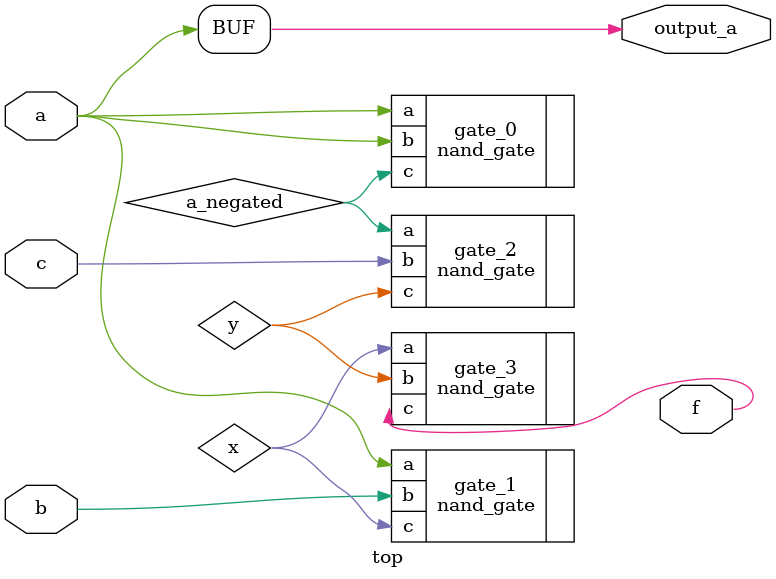
<source format=v>
/**
 * @ Author: German Cano Quiveu, germancq
 * @ Create Time: 2019-11-13 16:53:51
 * @ Modified by: Your name
 * @ Modified time: 2019-11-14 12:23:39
 * @ Description:
 */

module top(
    input a,
    input b,
    input c,
    output f,
    output output_a
);

    wire a_negated;
    wire x;
    wire y;

    nand_gate gate_0(
        .a(a),
        .b(a),
        .c(a_negated)
    );

    nand_gate gate_1(
        .a(a),
        .b(b),
        .c(x)
    );

    nand_gate gate_2(
        .a(a_negated),
        .b(c),
        .c(y)
    );

    nand_gate gate_3(
        .a(x),
        .b(y),
        .c(f)
    );

    assign output_a = a;

endmodule
</source>
